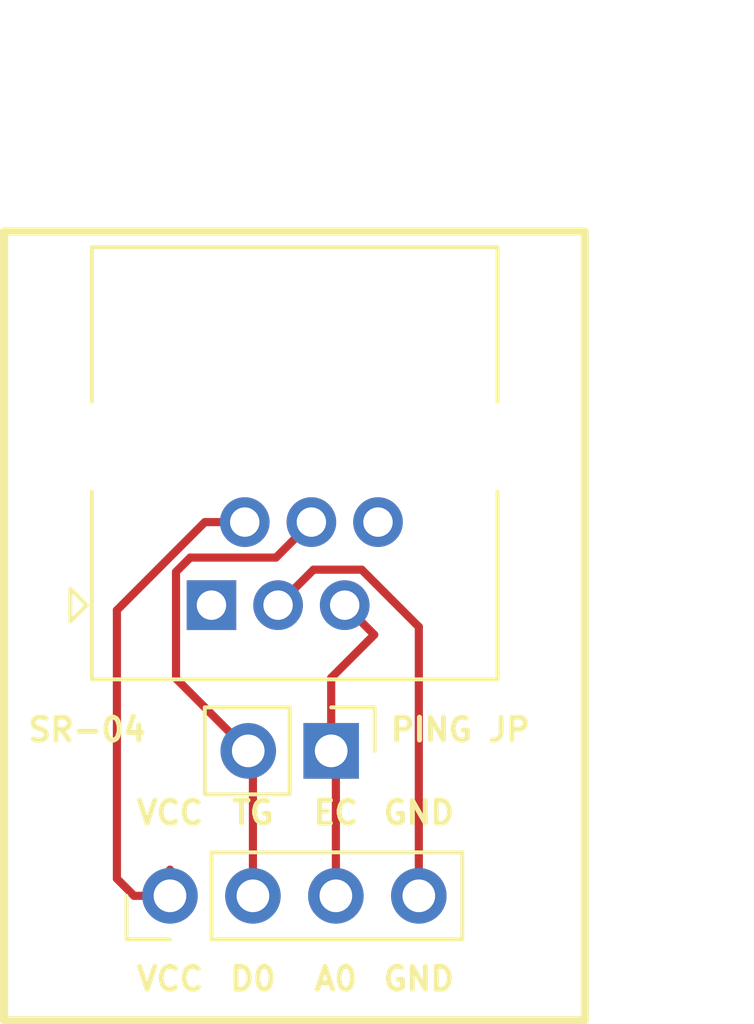
<source format=kicad_pcb>
(kicad_pcb (version 20171130) (host pcbnew 5.1.5+dfsg1-2build2)

  (general
    (thickness 1.6)
    (drawings 16)
    (tracks 24)
    (zones 0)
    (modules 3)
    (nets 5)
  )

  (page A4)
  (layers
    (0 F.Cu signal)
    (31 B.Cu signal)
    (32 B.Adhes user)
    (33 F.Adhes user)
    (34 B.Paste user)
    (35 F.Paste user)
    (36 B.SilkS user)
    (37 F.SilkS user)
    (38 B.Mask user)
    (39 F.Mask user)
    (40 Dwgs.User user)
    (41 Cmts.User user)
    (42 Eco1.User user)
    (43 Eco2.User user)
    (44 Edge.Cuts user)
    (45 Margin user)
    (46 B.CrtYd user)
    (47 F.CrtYd user)
    (48 B.Fab user)
    (49 F.Fab user hide)
  )

  (setup
    (last_trace_width 0.25)
    (trace_clearance 0.2)
    (zone_clearance 0.508)
    (zone_45_only no)
    (trace_min 0.2)
    (via_size 0.8)
    (via_drill 0.4)
    (via_min_size 0.4)
    (via_min_drill 0.3)
    (uvia_size 0.3)
    (uvia_drill 0.1)
    (uvias_allowed no)
    (uvia_min_size 0.2)
    (uvia_min_drill 0.1)
    (edge_width 0.05)
    (segment_width 0.2)
    (pcb_text_width 0.3)
    (pcb_text_size 1.5 1.5)
    (mod_edge_width 0.12)
    (mod_text_size 1 1)
    (mod_text_width 0.15)
    (pad_size 1.7 1.7)
    (pad_drill 1)
    (pad_to_mask_clearance 0.051)
    (solder_mask_min_width 0.25)
    (aux_axis_origin 0 0)
    (visible_elements FFFFFF7F)
    (pcbplotparams
      (layerselection 0x010fc_ffffffff)
      (usegerberextensions false)
      (usegerberattributes false)
      (usegerberadvancedattributes false)
      (creategerberjobfile false)
      (excludeedgelayer true)
      (linewidth 0.100000)
      (plotframeref false)
      (viasonmask false)
      (mode 1)
      (useauxorigin false)
      (hpglpennumber 1)
      (hpglpenspeed 20)
      (hpglpendiameter 15.000000)
      (psnegative false)
      (psa4output false)
      (plotreference true)
      (plotvalue true)
      (plotinvisibletext false)
      (padsonsilk false)
      (subtractmaskfromsilk false)
      (outputformat 1)
      (mirror false)
      (drillshape 0)
      (scaleselection 1)
      (outputdirectory ""))
  )

  (net 0 "")
  (net 1 /D0)
  (net 2 /GND)
  (net 3 /VCC)
  (net 4 /A0)

  (net_class Default "Esta es la clase de red por defecto."
    (clearance 0.2)
    (trace_width 0.25)
    (via_dia 0.8)
    (via_drill 0.4)
    (uvia_dia 0.3)
    (uvia_drill 0.1)
    (add_net /A0)
    (add_net /D0)
    (add_net /GND)
    (add_net /VCC)
  )

  (module Connector_PinHeader_2.54mm:PinHeader_1x02_P2.54mm_Vertical (layer F.Cu) (tedit 59FED5CC) (tstamp 5F58551B)
    (at 119.236531 99.706812 270)
    (descr "Through hole straight pin header, 1x02, 2.54mm pitch, single row")
    (tags "Through hole pin header THT 1x02 2.54mm single row")
    (path /5F638365)
    (fp_text reference JP1 (at 0 -2.33 90) (layer F.SilkS) hide
      (effects (font (size 1 1) (thickness 0.15)))
    )
    (fp_text value Jumper (at 0 4.87 90) (layer F.Fab)
      (effects (font (size 1 1) (thickness 0.15)))
    )
    (fp_text user %R (at 0 1.27) (layer F.Fab)
      (effects (font (size 1 1) (thickness 0.15)))
    )
    (fp_line (start 1.8 -1.8) (end -1.8 -1.8) (layer F.CrtYd) (width 0.05))
    (fp_line (start 1.8 4.35) (end 1.8 -1.8) (layer F.CrtYd) (width 0.05))
    (fp_line (start -1.8 4.35) (end 1.8 4.35) (layer F.CrtYd) (width 0.05))
    (fp_line (start -1.8 -1.8) (end -1.8 4.35) (layer F.CrtYd) (width 0.05))
    (fp_line (start -1.33 -1.33) (end 0 -1.33) (layer F.SilkS) (width 0.12))
    (fp_line (start -1.33 0) (end -1.33 -1.33) (layer F.SilkS) (width 0.12))
    (fp_line (start -1.33 1.27) (end 1.33 1.27) (layer F.SilkS) (width 0.12))
    (fp_line (start 1.33 1.27) (end 1.33 3.87) (layer F.SilkS) (width 0.12))
    (fp_line (start -1.33 1.27) (end -1.33 3.87) (layer F.SilkS) (width 0.12))
    (fp_line (start -1.33 3.87) (end 1.33 3.87) (layer F.SilkS) (width 0.12))
    (fp_line (start -1.27 -0.635) (end -0.635 -1.27) (layer F.Fab) (width 0.1))
    (fp_line (start -1.27 3.81) (end -1.27 -0.635) (layer F.Fab) (width 0.1))
    (fp_line (start 1.27 3.81) (end -1.27 3.81) (layer F.Fab) (width 0.1))
    (fp_line (start 1.27 -1.27) (end 1.27 3.81) (layer F.Fab) (width 0.1))
    (fp_line (start -0.635 -1.27) (end 1.27 -1.27) (layer F.Fab) (width 0.1))
    (pad 2 thru_hole oval (at 0 2.54 270) (size 1.7 1.7) (drill 1) (layers *.Cu *.Mask)
      (net 1 /D0))
    (pad 1 thru_hole rect (at 0 0 270) (size 1.7 1.7) (drill 1) (layers *.Cu *.Mask)
      (net 4 /A0))
    (model ${KISYS3DMOD}/Connector_PinHeader_2.54mm.3dshapes/PinHeader_1x02_P2.54mm_Vertical.wrl
      (at (xyz 0 0 0))
      (scale (xyz 1 1 1))
      (rotate (xyz 0 0 0))
    )
  )

  (module Connector_PinHeader_2.54mm:PinHeader_1x04_P2.54mm_Vertical (layer F.Cu) (tedit 5F57CE43) (tstamp 5F58273A)
    (at 114.3 104.14 90)
    (descr "Through hole straight pin header, 1x04, 2.54mm pitch, single row")
    (tags "Through hole pin header THT 1x04 2.54mm single row")
    (path /5F611EE7)
    (fp_text reference J2 (at 0 -2.33 90) (layer F.SilkS) hide
      (effects (font (size 1 1) (thickness 0.15)))
    )
    (fp_text value Conn_01x04 (at 0 9.95 90) (layer F.Fab)
      (effects (font (size 1 1) (thickness 0.15)))
    )
    (fp_text user %R (at 0 3.81) (layer F.Fab)
      (effects (font (size 1 1) (thickness 0.15)))
    )
    (fp_line (start 1.8 -1.8) (end -1.8 -1.8) (layer F.CrtYd) (width 0.05))
    (fp_line (start 1.8 9.4) (end 1.8 -1.8) (layer F.CrtYd) (width 0.05))
    (fp_line (start -1.8 9.4) (end 1.8 9.4) (layer F.CrtYd) (width 0.05))
    (fp_line (start -1.8 -1.8) (end -1.8 9.4) (layer F.CrtYd) (width 0.05))
    (fp_line (start -1.33 -1.33) (end 0 -1.33) (layer F.SilkS) (width 0.12))
    (fp_line (start -1.33 0) (end -1.33 -1.33) (layer F.SilkS) (width 0.12))
    (fp_line (start -1.33 1.27) (end 1.33 1.27) (layer F.SilkS) (width 0.12))
    (fp_line (start 1.33 1.27) (end 1.33 8.95) (layer F.SilkS) (width 0.12))
    (fp_line (start -1.33 1.27) (end -1.33 8.95) (layer F.SilkS) (width 0.12))
    (fp_line (start -1.33 8.95) (end 1.33 8.95) (layer F.SilkS) (width 0.12))
    (fp_line (start -1.27 -0.635) (end -0.635 -1.27) (layer F.Fab) (width 0.1))
    (fp_line (start -1.27 8.89) (end -1.27 -0.635) (layer F.Fab) (width 0.1))
    (fp_line (start 1.27 8.89) (end -1.27 8.89) (layer F.Fab) (width 0.1))
    (fp_line (start 1.27 -1.27) (end 1.27 8.89) (layer F.Fab) (width 0.1))
    (fp_line (start -0.635 -1.27) (end 1.27 -1.27) (layer F.Fab) (width 0.1))
    (pad 4 thru_hole oval (at 0 7.62 90) (size 1.7 1.7) (drill 1) (layers *.Cu *.Mask)
      (net 2 /GND))
    (pad 3 thru_hole oval (at 0 5.08 90) (size 1.7 1.7) (drill 1) (layers *.Cu *.Mask)
      (net 4 /A0))
    (pad 2 thru_hole oval (at 0 2.54 90) (size 1.7 1.7) (drill 1) (layers *.Cu *.Mask)
      (net 1 /D0))
    (pad 1 thru_hole circle (at 0 0 90) (size 1.7 1.7) (drill 1) (layers *.Cu *.Mask)
      (net 3 /VCC))
    (model ${KISYS3DMOD}/Connector_PinHeader_2.54mm.3dshapes/PinHeader_1x04_P2.54mm_Vertical.wrl
      (at (xyz 0 0 0))
      (scale (xyz 1 1 1))
      (rotate (xyz 0 0 0))
    )
  )

  (module Connector_RJ:RJ25_Wayconn_MJEA-660X1_Horizontal (layer F.Cu) (tedit 5DC188C6) (tstamp 5F581B7E)
    (at 115.57 95.25 180)
    (descr "RJ25 6P6C Socket 90 degrees, https://wayconn.com/wp-content/themes/way/datasheet/MJEA-660X1XXX_RJ25_6P6C_PCB_RA.pdf")
    (tags "RJ12 RJ18 RJ25 jack connector 6P6C")
    (path /5F610ACD)
    (fp_text reference J1 (at -6.985 -3.175) (layer F.SilkS) hide
      (effects (font (size 1 1) (thickness 0.15)))
    )
    (fp_text value RJ9 (at -2.55 12.315) (layer F.Fab)
      (effects (font (size 1 1) (thickness 0.15)))
    )
    (fp_line (start 4.32 -0.5) (end 4.32 0.5) (layer F.SilkS) (width 0.12))
    (fp_line (start 4.32 -0.5) (end 3.82 0) (layer F.SilkS) (width 0.12))
    (fp_line (start 3.82 0) (end 4.32 0.5) (layer F.SilkS) (width 0.12))
    (fp_line (start 3.05 0) (end 3.55 0.5) (layer F.Fab) (width 0.1))
    (fp_line (start 3.55 -0.5) (end 3.05 0) (layer F.Fab) (width 0.1))
    (fp_line (start 3.55 -2.16) (end 3.55 -0.5) (layer F.Fab) (width 0.1))
    (fp_line (start 3.55 0.5) (end 3.55 3.47) (layer F.Fab) (width 0.1))
    (fp_line (start -8.65 -2.16) (end 3.55 -2.16) (layer F.Fab) (width 0.1))
    (fp_line (start -8.65 6.22) (end -8.65 10.84) (layer F.Fab) (width 0.1))
    (fp_line (start 3.55 6.22) (end 3.55 10.84) (layer F.Fab) (width 0.1))
    (fp_line (start -8.65 10.84) (end 3.55 10.84) (layer F.Fab) (width 0.1))
    (fp_line (start -8.65 -2.16) (end -8.65 3.47) (layer F.Fab) (width 0.1))
    (fp_text user %R (at -2.55 4.445) (layer F.Fab)
      (effects (font (size 1 1) (thickness 0.15)))
    )
    (fp_line (start 5.1 11.34) (end -10.2 11.34) (layer F.CrtYd) (width 0.05))
    (fp_line (start 5.1 11.34) (end 5.1 -2.66) (layer F.CrtYd) (width 0.05))
    (fp_line (start -10.2 -2.66) (end -10.2 11.34) (layer F.CrtYd) (width 0.05))
    (fp_line (start -10.2 -2.66) (end 5.1 -2.66) (layer F.CrtYd) (width 0.05))
    (fp_line (start 3.66 6.22) (end 3.66 10.95) (layer F.SilkS) (width 0.12))
    (fp_line (start -8.76 6.22) (end -8.76 10.95) (layer F.SilkS) (width 0.12))
    (fp_line (start -8.76 -2.27) (end 3.66 -2.27) (layer F.SilkS) (width 0.12))
    (fp_line (start -8.76 10.95) (end 3.66 10.95) (layer F.SilkS) (width 0.12))
    (fp_line (start 3.66 -2.27) (end 3.66 3.47) (layer F.SilkS) (width 0.12))
    (fp_line (start -8.76 -2.27) (end -8.76 3.47) (layer F.SilkS) (width 0.12))
    (pad "" np_thru_hole circle (at -8.55 4.84 180) (size 2.3 2.3) (drill 2.3) (layers *.Cu *.Mask))
    (pad "" np_thru_hole circle (at 3.45 4.84 180) (size 2.3 2.3) (drill 2.3) (layers *.Cu *.Mask))
    (pad 6 thru_hole circle (at -5.1 2.54 180) (size 1.52 1.52) (drill 0.9) (layers *.Cu *.Mask))
    (pad 5 thru_hole circle (at -4.08 0 180) (size 1.52 1.52) (drill 0.9) (layers *.Cu *.Mask)
      (net 4 /A0))
    (pad 4 thru_hole circle (at -3.06 2.54 180) (size 1.52 1.52) (drill 0.9) (layers *.Cu *.Mask)
      (net 1 /D0))
    (pad 3 thru_hole circle (at -2.04 0 180) (size 1.52 1.52) (drill 0.9) (layers *.Cu *.Mask)
      (net 2 /GND))
    (pad 2 thru_hole circle (at -1.02 2.54 180) (size 1.52 1.52) (drill 0.9) (layers *.Cu *.Mask)
      (net 3 /VCC))
    (pad 1 thru_hole rect (at 0 0 180) (size 1.52 1.52) (drill 0.9) (layers *.Cu *.Mask))
    (model ${KISYS3DMOD}/Connector_RJ.3dshapes/RJ25_Wayconn_MJEA-660X1_Horizontal.wrl
      (at (xyz 0 0 0))
      (scale (xyz 1 1 1))
      (rotate (xyz 0 0 0))
    )
  )

  (gr_text "PING JP" (at 123.19 99.06) (layer F.SilkS) (tstamp 5F585902)
    (effects (font (size 0.7 0.7) (thickness 0.15)))
  )
  (gr_text TG (at 116.84 101.6) (layer F.SilkS) (tstamp 5F584DB6)
    (effects (font (size 0.7 0.7) (thickness 0.15)))
  )
  (gr_text A0 (at 119.38 106.68) (layer F.SilkS) (tstamp 5F584DAF)
    (effects (font (size 0.7 0.7) (thickness 0.15)))
  )
  (gr_text GND (at 121.92 106.68) (layer F.SilkS) (tstamp 5F584DAC)
    (effects (font (size 0.7 0.7) (thickness 0.15)))
  )
  (gr_text VCC (at 114.3 106.68) (layer F.SilkS) (tstamp 5F584DA9)
    (effects (font (size 0.7 0.7) (thickness 0.15)))
  )
  (gr_text "SR-04\n" (at 111.76 99.06) (layer F.SilkS) (tstamp 5F58352B)
    (effects (font (size 0.7 0.7) (thickness 0.15)))
  )
  (dimension 17.78 (width 0.15) (layer Dwgs.User)
    (gr_text "17,780 mm" (at 118.11 77.44) (layer Dwgs.User)
      (effects (font (size 1 1) (thickness 0.15)))
    )
    (feature1 (pts (xy 127 81.28) (xy 127 78.153579)))
    (feature2 (pts (xy 109.22 81.28) (xy 109.22 78.153579)))
    (crossbar (pts (xy 109.22 78.74) (xy 127 78.74)))
    (arrow1a (pts (xy 127 78.74) (xy 125.873496 79.326421)))
    (arrow1b (pts (xy 127 78.74) (xy 125.873496 78.153579)))
    (arrow2a (pts (xy 109.22 78.74) (xy 110.346504 79.326421)))
    (arrow2b (pts (xy 109.22 78.74) (xy 110.346504 78.153579)))
  )
  (dimension 24.13 (width 0.15) (layer Dwgs.User)
    (gr_text "24,130 mm" (at 128.24 95.885 270) (layer Dwgs.User)
      (effects (font (size 1 1) (thickness 0.15)))
    )
    (feature1 (pts (xy 129.54 107.95) (xy 128.953579 107.95)))
    (feature2 (pts (xy 129.54 83.82) (xy 128.953579 83.82)))
    (crossbar (pts (xy 129.54 83.82) (xy 129.54 107.95)))
    (arrow1a (pts (xy 129.54 107.95) (xy 128.953579 106.823496)))
    (arrow1b (pts (xy 129.54 107.95) (xy 130.126421 106.823496)))
    (arrow2a (pts (xy 129.54 83.82) (xy 128.953579 84.946504)))
    (arrow2b (pts (xy 129.54 83.82) (xy 130.126421 84.946504)))
  )
  (gr_text D0 (at 116.84 106.68) (layer F.SilkS) (tstamp 5F582888)
    (effects (font (size 0.7 0.7) (thickness 0.15)))
  )
  (gr_text EC (at 119.38 101.6) (layer F.SilkS) (tstamp 5F582886)
    (effects (font (size 0.7 0.7) (thickness 0.15)))
  )
  (gr_text VCC (at 114.3 101.6) (layer F.SilkS) (tstamp 5F582884)
    (effects (font (size 0.7 0.7) (thickness 0.15)))
  )
  (gr_text GND (at 121.92 101.6) (layer F.SilkS) (tstamp 5F58286C)
    (effects (font (size 0.7 0.7) (thickness 0.15)))
  )
  (gr_line (start 127 83.82) (end 109.22 83.82) (layer F.SilkS) (width 0.25) (tstamp 5F5824A1))
  (gr_line (start 127 107.95) (end 127 83.82) (layer F.SilkS) (width 0.25))
  (gr_line (start 109.22 107.95) (end 127 107.95) (layer F.SilkS) (width 0.25))
  (gr_line (start 109.22 83.82) (end 109.22 107.95) (layer F.SilkS) (width 0.25))

  (segment (start 114.919997 93.795001) (end 114.484999 94.229999) (width 0.25) (layer F.Cu) (net 1))
  (segment (start 117.544999 93.795001) (end 114.919997 93.795001) (width 0.25) (layer F.Cu) (net 1))
  (segment (start 118.63 92.71) (end 117.544999 93.795001) (width 0.25) (layer F.Cu) (net 1))
  (segment (start 116.84 99.850281) (end 116.696531 99.706812) (width 0.25) (layer F.Cu) (net 1))
  (segment (start 116.84 104.14) (end 116.84 99.850281) (width 0.25) (layer F.Cu) (net 1))
  (segment (start 114.484999 97.49528) (end 116.696531 99.706812) (width 0.25) (layer F.Cu) (net 1))
  (segment (start 114.484999 94.229999) (end 114.484999 97.49528) (width 0.25) (layer F.Cu) (net 1))
  (segment (start 121.92 102.937919) (end 121.92 104.14) (width 0.25) (layer F.Cu) (net 2))
  (segment (start 121.92 95.914198) (end 121.92 102.937919) (width 0.25) (layer F.Cu) (net 2))
  (segment (start 120.170801 94.164999) (end 121.92 95.914198) (width 0.25) (layer F.Cu) (net 2))
  (segment (start 118.695001 94.164999) (end 120.170801 94.164999) (width 0.25) (layer F.Cu) (net 2))
  (segment (start 117.61 95.25) (end 118.695001 94.164999) (width 0.25) (layer F.Cu) (net 2))
  (segment (start 114.3 104.14) (end 114.3 103.339002) (width 0.25) (layer F.Cu) (net 3) (status 30))
  (segment (start 113.2 104.14) (end 114.3 104.14) (width 0.25) (layer F.Cu) (net 3) (status 20))
  (segment (start 112.67499 103.61499) (end 113.2 104.14) (width 0.25) (layer F.Cu) (net 3))
  (segment (start 112.67499 95.403598) (end 112.67499 103.61499) (width 0.25) (layer F.Cu) (net 3))
  (segment (start 115.368588 92.71) (end 112.67499 95.403598) (width 0.25) (layer F.Cu) (net 3))
  (segment (start 116.59 92.71) (end 115.368588 92.71) (width 0.25) (layer F.Cu) (net 3) (status 10))
  (segment (start 119.65 95.25) (end 120.555001 96.155001) (width 0.25) (layer F.Cu) (net 4) (status 10))
  (segment (start 119.55 95.25) (end 119.65 95.25) (width 0.25) (layer B.Cu) (net 4) (status 30))
  (segment (start 119.38 99.850281) (end 119.236531 99.706812) (width 0.25) (layer F.Cu) (net 4))
  (segment (start 119.38 104.14) (end 119.38 99.850281) (width 0.25) (layer F.Cu) (net 4))
  (segment (start 119.236531 97.473471) (end 119.236531 99.706812) (width 0.25) (layer F.Cu) (net 4))
  (segment (start 120.555001 96.155001) (end 119.236531 97.473471) (width 0.25) (layer F.Cu) (net 4))

)

</source>
